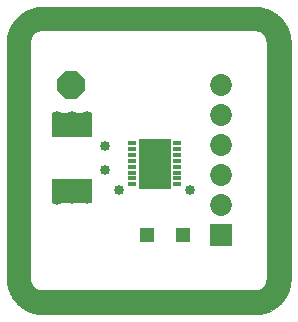
<source format=gts>
G04 EAGLE Gerber RS-274X export*
G75*
%MOMM*%
%FSLAX35Y35*%
%LPD*%
%INsolder_mask_top*%
%IPPOS*%
%AMOC8*
5,1,8,0,0,1.08239X$1,22.5*%
G01*
%ADD10C,2.000000*%
%ADD11C,0.010000*%
%ADD12R,0.803200X0.453200*%
%ADD13R,2.803200X4.203200*%
%ADD14R,3.403200X2.003200*%
%ADD15R,1.203200X1.203200*%
%ADD16R,1.853200X1.853200*%
%ADD17C,1.853200*%
%ADD18P,2.556822X8X22.500000*%
%ADD19C,0.853200*%


D10*
X300000Y2500000D02*
X2100000Y2500000D01*
X2104833Y2499942D01*
X2109663Y2499766D01*
X2114487Y2499475D01*
X2119303Y2499066D01*
X2124107Y2498542D01*
X2128898Y2497901D01*
X2133671Y2497145D01*
X2138425Y2496274D01*
X2143157Y2495288D01*
X2147863Y2494188D01*
X2152541Y2492975D01*
X2157189Y2491649D01*
X2161803Y2490211D01*
X2166382Y2488662D01*
X2170921Y2487003D01*
X2175419Y2485235D01*
X2179873Y2483358D01*
X2184280Y2481375D01*
X2188638Y2479285D01*
X2192945Y2477091D01*
X2197197Y2474794D01*
X2201392Y2472394D01*
X2205528Y2469894D01*
X2209603Y2467294D01*
X2213613Y2464597D01*
X2217557Y2461803D01*
X2221433Y2458916D01*
X2225237Y2455935D01*
X2228968Y2452863D01*
X2232625Y2449702D01*
X2236203Y2446454D01*
X2239702Y2443120D01*
X2243120Y2439702D01*
X2246454Y2436203D01*
X2249702Y2432625D01*
X2252863Y2428968D01*
X2255935Y2425237D01*
X2258916Y2421433D01*
X2261803Y2417557D01*
X2264597Y2413613D01*
X2267294Y2409603D01*
X2269894Y2405528D01*
X2272394Y2401392D01*
X2274794Y2397197D01*
X2277091Y2392945D01*
X2279285Y2388638D01*
X2281375Y2384280D01*
X2283358Y2379873D01*
X2285235Y2375419D01*
X2287003Y2370921D01*
X2288662Y2366382D01*
X2290211Y2361803D01*
X2291649Y2357189D01*
X2292975Y2352541D01*
X2294188Y2347863D01*
X2295288Y2343157D01*
X2296274Y2338425D01*
X2297145Y2333671D01*
X2297901Y2328898D01*
X2298542Y2324107D01*
X2299066Y2319303D01*
X2299475Y2314487D01*
X2299766Y2309663D01*
X2299942Y2304833D01*
X2300000Y2300000D01*
X100000Y2300000D02*
X100000Y300000D01*
X100058Y295167D01*
X100234Y290337D01*
X100525Y285513D01*
X100934Y280697D01*
X101458Y275893D01*
X102099Y271102D01*
X102855Y266329D01*
X103726Y261575D01*
X104712Y256843D01*
X105812Y252137D01*
X107025Y247459D01*
X108351Y242811D01*
X109789Y238197D01*
X111338Y233618D01*
X112997Y229079D01*
X114765Y224581D01*
X116642Y220127D01*
X118625Y215720D01*
X120715Y211362D01*
X122909Y207055D01*
X125206Y202803D01*
X127606Y198608D01*
X130106Y194472D01*
X132706Y190397D01*
X135403Y186387D01*
X138197Y182443D01*
X141084Y178567D01*
X144065Y174763D01*
X147137Y171032D01*
X150298Y167375D01*
X153546Y163797D01*
X156880Y160298D01*
X160298Y156880D01*
X163797Y153546D01*
X167375Y150298D01*
X171032Y147137D01*
X174763Y144065D01*
X178567Y141084D01*
X182443Y138197D01*
X186387Y135403D01*
X190397Y132706D01*
X194472Y130106D01*
X198608Y127606D01*
X202803Y125206D01*
X207055Y122909D01*
X211362Y120715D01*
X215720Y118625D01*
X220127Y116642D01*
X224581Y114765D01*
X229079Y112997D01*
X233618Y111338D01*
X238197Y109789D01*
X242811Y108351D01*
X247459Y107025D01*
X252137Y105812D01*
X256843Y104712D01*
X261575Y103726D01*
X266329Y102855D01*
X271102Y102099D01*
X275893Y101458D01*
X280697Y100934D01*
X285513Y100525D01*
X290337Y100234D01*
X295167Y100058D01*
X300000Y100000D01*
X2100000Y100000D01*
X2104833Y100058D01*
X2109663Y100234D01*
X2114487Y100525D01*
X2119303Y100934D01*
X2124107Y101458D01*
X2128898Y102099D01*
X2133671Y102855D01*
X2138425Y103726D01*
X2143157Y104712D01*
X2147863Y105812D01*
X2152541Y107025D01*
X2157189Y108351D01*
X2161803Y109789D01*
X2166382Y111338D01*
X2170921Y112997D01*
X2175419Y114765D01*
X2179873Y116642D01*
X2184280Y118625D01*
X2188638Y120715D01*
X2192945Y122909D01*
X2197197Y125206D01*
X2201392Y127606D01*
X2205528Y130106D01*
X2209603Y132706D01*
X2213613Y135403D01*
X2217557Y138197D01*
X2221433Y141084D01*
X2225237Y144065D01*
X2228968Y147137D01*
X2232625Y150298D01*
X2236203Y153546D01*
X2239702Y156880D01*
X2243120Y160298D01*
X2246454Y163797D01*
X2249702Y167375D01*
X2252863Y171032D01*
X2255935Y174763D01*
X2258916Y178567D01*
X2261803Y182443D01*
X2264597Y186387D01*
X2267294Y190397D01*
X2269894Y194472D01*
X2272394Y198608D01*
X2274794Y202803D01*
X2277091Y207055D01*
X2279285Y211362D01*
X2281375Y215720D01*
X2283358Y220127D01*
X2285235Y224581D01*
X2287003Y229079D01*
X2288662Y233618D01*
X2290211Y238197D01*
X2291649Y242811D01*
X2292975Y247459D01*
X2294188Y252137D01*
X2295288Y256843D01*
X2296274Y261575D01*
X2297145Y266329D01*
X2297901Y271102D01*
X2298542Y275893D01*
X2299066Y280697D01*
X2299475Y285513D01*
X2299766Y290337D01*
X2299942Y295167D01*
X2300000Y300000D01*
X2300000Y2300000D01*
X300000Y2500000D02*
X295167Y2499942D01*
X290337Y2499766D01*
X285513Y2499475D01*
X280697Y2499066D01*
X275893Y2498542D01*
X271102Y2497901D01*
X266329Y2497145D01*
X261575Y2496274D01*
X256843Y2495288D01*
X252137Y2494188D01*
X247459Y2492975D01*
X242811Y2491649D01*
X238197Y2490211D01*
X233618Y2488662D01*
X229079Y2487003D01*
X224581Y2485235D01*
X220127Y2483358D01*
X215720Y2481375D01*
X211362Y2479285D01*
X207055Y2477091D01*
X202803Y2474794D01*
X198608Y2472394D01*
X194472Y2469894D01*
X190397Y2467294D01*
X186387Y2464597D01*
X182443Y2461803D01*
X178567Y2458916D01*
X174763Y2455935D01*
X171032Y2452863D01*
X167375Y2449702D01*
X163797Y2446454D01*
X160298Y2443120D01*
X156880Y2439702D01*
X153546Y2436203D01*
X150298Y2432625D01*
X147137Y2428968D01*
X144065Y2425237D01*
X141084Y2421433D01*
X138197Y2417557D01*
X135403Y2413613D01*
X132706Y2409603D01*
X130106Y2405528D01*
X127606Y2401392D01*
X125206Y2397197D01*
X122909Y2392945D01*
X120715Y2388638D01*
X118625Y2384280D01*
X116642Y2379873D01*
X114765Y2375419D01*
X112997Y2370921D01*
X111338Y2366382D01*
X109789Y2361803D01*
X108351Y2357189D01*
X107025Y2352541D01*
X105812Y2347863D01*
X104712Y2343157D01*
X103726Y2338425D01*
X102855Y2333671D01*
X102099Y2328898D01*
X101458Y2324107D01*
X100934Y2319303D01*
X100525Y2314487D01*
X100234Y2309663D01*
X100058Y2304833D01*
X100000Y2300000D01*
D11*
X300000Y0D02*
X2100000Y0D01*
X300000Y0D02*
X292751Y88D01*
X285506Y350D01*
X278270Y788D01*
X271046Y1401D01*
X263839Y2187D01*
X256653Y3148D01*
X249493Y4282D01*
X242362Y5589D01*
X235265Y7068D01*
X228205Y8717D01*
X221188Y10537D01*
X214216Y12526D01*
X207295Y14683D01*
X200428Y17006D01*
X193619Y19495D01*
X186872Y22148D01*
X180191Y24962D01*
X173580Y27938D01*
X167043Y31072D01*
X160583Y34363D01*
X154205Y37810D01*
X147912Y41409D01*
X141708Y45160D01*
X135596Y49059D01*
X129581Y53105D01*
X123664Y57295D01*
X117851Y61627D01*
X112144Y66098D01*
X106547Y70705D01*
X101063Y75447D01*
X95695Y80319D01*
X90447Y85320D01*
X85320Y90447D01*
X80319Y95695D01*
X75447Y101063D01*
X70705Y106547D01*
X66098Y112144D01*
X61627Y117851D01*
X57295Y123664D01*
X53105Y129581D01*
X49059Y135596D01*
X45160Y141708D01*
X41409Y147912D01*
X37810Y154205D01*
X34363Y160583D01*
X31072Y167043D01*
X27938Y173580D01*
X24962Y180191D01*
X22148Y186872D01*
X19495Y193619D01*
X17006Y200428D01*
X14683Y207295D01*
X12526Y214216D01*
X10537Y221188D01*
X8717Y228205D01*
X7068Y235265D01*
X5589Y242362D01*
X4282Y249493D01*
X3148Y256653D01*
X2187Y263839D01*
X1401Y271046D01*
X788Y278270D01*
X350Y285506D01*
X88Y292751D01*
X0Y300000D01*
X0Y2300000D01*
X88Y2307249D01*
X350Y2314494D01*
X788Y2321730D01*
X1401Y2328954D01*
X2187Y2336161D01*
X3148Y2343347D01*
X4282Y2350507D01*
X5589Y2357638D01*
X7068Y2364735D01*
X8717Y2371795D01*
X10537Y2378812D01*
X12526Y2385784D01*
X14683Y2392705D01*
X17006Y2399572D01*
X19495Y2406381D01*
X22148Y2413128D01*
X24962Y2419809D01*
X27938Y2426420D01*
X31072Y2432957D01*
X34363Y2439417D01*
X37810Y2445795D01*
X41409Y2452088D01*
X45160Y2458292D01*
X49059Y2464404D01*
X53105Y2470419D01*
X57295Y2476336D01*
X61627Y2482149D01*
X66098Y2487856D01*
X70705Y2493453D01*
X75447Y2498937D01*
X80319Y2504305D01*
X85320Y2509553D01*
X90447Y2514680D01*
X95695Y2519681D01*
X101063Y2524553D01*
X106547Y2529295D01*
X112144Y2533902D01*
X117851Y2538373D01*
X123664Y2542705D01*
X129581Y2546895D01*
X135596Y2550941D01*
X141708Y2554840D01*
X147912Y2558591D01*
X154205Y2562190D01*
X160583Y2565637D01*
X167043Y2568928D01*
X173580Y2572062D01*
X180191Y2575038D01*
X186872Y2577852D01*
X193619Y2580505D01*
X200428Y2582994D01*
X207295Y2585317D01*
X214216Y2587474D01*
X221188Y2589463D01*
X228205Y2591283D01*
X235265Y2592932D01*
X242362Y2594411D01*
X249493Y2595718D01*
X256653Y2596852D01*
X263839Y2597813D01*
X271046Y2598599D01*
X278270Y2599212D01*
X285506Y2599650D01*
X292751Y2599912D01*
X300000Y2600000D01*
X2100000Y2600000D01*
X2107249Y2599912D01*
X2114494Y2599650D01*
X2121730Y2599212D01*
X2128954Y2598599D01*
X2136161Y2597813D01*
X2143347Y2596852D01*
X2150507Y2595718D01*
X2157638Y2594411D01*
X2164735Y2592932D01*
X2171795Y2591283D01*
X2178812Y2589463D01*
X2185784Y2587474D01*
X2192705Y2585317D01*
X2199572Y2582994D01*
X2206381Y2580505D01*
X2213128Y2577852D01*
X2219809Y2575038D01*
X2226420Y2572062D01*
X2232957Y2568928D01*
X2239417Y2565637D01*
X2245795Y2562190D01*
X2252088Y2558591D01*
X2258292Y2554840D01*
X2264404Y2550941D01*
X2270419Y2546895D01*
X2276336Y2542705D01*
X2282149Y2538373D01*
X2287856Y2533902D01*
X2293453Y2529295D01*
X2298937Y2524553D01*
X2304305Y2519681D01*
X2309553Y2514680D01*
X2314680Y2509553D01*
X2319681Y2504305D01*
X2324553Y2498937D01*
X2329295Y2493453D01*
X2333902Y2487856D01*
X2338373Y2482149D01*
X2342705Y2476336D01*
X2346895Y2470419D01*
X2350941Y2464404D01*
X2354840Y2458292D01*
X2358591Y2452088D01*
X2362190Y2445795D01*
X2365637Y2439417D01*
X2368928Y2432957D01*
X2372062Y2426420D01*
X2375038Y2419809D01*
X2377852Y2413128D01*
X2380505Y2406381D01*
X2382994Y2399572D01*
X2385317Y2392705D01*
X2387474Y2385784D01*
X2389463Y2378812D01*
X2391283Y2371795D01*
X2392932Y2364735D01*
X2394411Y2357638D01*
X2395718Y2350507D01*
X2396852Y2343347D01*
X2397813Y2336161D01*
X2398599Y2328954D01*
X2399212Y2321730D01*
X2399650Y2314494D01*
X2399912Y2307249D01*
X2400000Y2300000D01*
X2400000Y300000D01*
X2399912Y292751D01*
X2399650Y285506D01*
X2399212Y278270D01*
X2398599Y271046D01*
X2397813Y263839D01*
X2396852Y256653D01*
X2395718Y249493D01*
X2394411Y242362D01*
X2392932Y235265D01*
X2391283Y228205D01*
X2389463Y221188D01*
X2387474Y214216D01*
X2385317Y207295D01*
X2382994Y200428D01*
X2380505Y193619D01*
X2377852Y186872D01*
X2375038Y180191D01*
X2372062Y173580D01*
X2368928Y167043D01*
X2365637Y160583D01*
X2362190Y154205D01*
X2358591Y147912D01*
X2354840Y141708D01*
X2350941Y135596D01*
X2346895Y129581D01*
X2342705Y123664D01*
X2338373Y117851D01*
X2333902Y112144D01*
X2329295Y106547D01*
X2324553Y101063D01*
X2319681Y95695D01*
X2314680Y90447D01*
X2309553Y85320D01*
X2304305Y80319D01*
X2298937Y75447D01*
X2293453Y70705D01*
X2287856Y66098D01*
X2282149Y61627D01*
X2276336Y57295D01*
X2270419Y53105D01*
X2264404Y49059D01*
X2258292Y45160D01*
X2252088Y41409D01*
X2245795Y37810D01*
X2239417Y34363D01*
X2232957Y31072D01*
X2226420Y27938D01*
X2219809Y24962D01*
X2213128Y22148D01*
X2206381Y19495D01*
X2199572Y17006D01*
X2192705Y14683D01*
X2185784Y12526D01*
X2178812Y10537D01*
X2171795Y8717D01*
X2164735Y7068D01*
X2157638Y5589D01*
X2150507Y4282D01*
X2143347Y3148D01*
X2136161Y2187D01*
X2128954Y1401D01*
X2121730Y788D01*
X2114494Y350D01*
X2107249Y88D01*
X2100000Y0D01*
D12*
X1440000Y1450000D03*
X1440000Y1400000D03*
X1440000Y1350000D03*
X1440000Y1300000D03*
X1440000Y1250000D03*
X1440000Y1200000D03*
X1440000Y1150000D03*
X1440000Y1100000D03*
X1060000Y1450000D03*
X1060000Y1400000D03*
X1060000Y1350000D03*
X1060000Y1300000D03*
X1060000Y1250000D03*
X1060000Y1200000D03*
X1060000Y1150000D03*
X1060000Y1100000D03*
D13*
X1250000Y1275000D03*
D14*
X550000Y1045000D03*
X550000Y1605000D03*
D15*
X1185000Y673000D03*
X1485000Y673000D03*
D16*
X1813000Y670000D03*
D17*
X1813000Y924000D03*
X1813000Y1178000D03*
X1813000Y1432000D03*
X1813000Y1686000D03*
X1813000Y1940000D03*
D18*
X543000Y1940000D03*
D19*
X1550000Y1050000D03*
X950000Y1050000D03*
X550000Y975000D03*
X425000Y1070000D03*
X425000Y970000D03*
X550000Y1070000D03*
X675000Y975000D03*
X675000Y1070000D03*
X1250000Y1275000D03*
X675000Y1575000D03*
X675000Y1675000D03*
X550000Y1675000D03*
X550000Y1575000D03*
X425000Y1575000D03*
X425000Y1675000D03*
X825000Y1225000D03*
X825000Y1425000D03*
M02*

</source>
